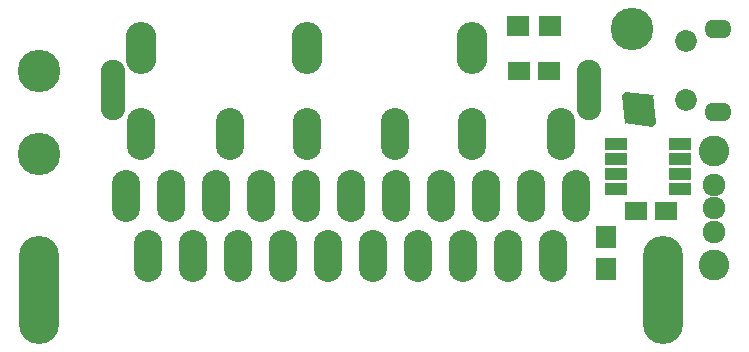
<source format=gbs>
G04 #@! TF.FileFunction,Soldermask,Bot*
%FSLAX46Y46*%
G04 Gerber Fmt 4.6, Leading zero omitted, Abs format (unit mm)*
G04 Created by KiCad (PCBNEW 4.0.7) date 06/10/18 23:46:38*
%MOMM*%
%LPD*%
G01*
G04 APERTURE LIST*
%ADD10C,0.100000*%
%ADD11C,2.600000*%
%ADD12C,1.924000*%
%ADD13R,1.900000X1.650000*%
%ADD14C,1.850000*%
%ADD15O,2.300000X1.600000*%
%ADD16O,3.400000X9.150000*%
%ADD17C,3.400000*%
%ADD18O,2.400000X4.400000*%
%ADD19R,1.700000X1.900000*%
%ADD20R,1.900000X1.700000*%
%ADD21O,2.600000X4.400000*%
%ADD22O,2.100000X5.100000*%
%ADD23R,1.950000X1.000000*%
%ADD24C,3.600000*%
G04 APERTURE END LIST*
D10*
D11*
X182118000Y-127024000D03*
D12*
X182118000Y-122174000D03*
X182118000Y-120174000D03*
X182118000Y-124174000D03*
D11*
X182118000Y-117324000D03*
D13*
X175534000Y-122428000D03*
X178034000Y-122428000D03*
X165628000Y-110540800D03*
X168128000Y-110540800D03*
D14*
X179768000Y-112990000D03*
X179768000Y-107990000D03*
D15*
X182468000Y-113990000D03*
X182468000Y-106990000D03*
D16*
X177784000Y-129063000D03*
D17*
X124984000Y-126188000D03*
X177784000Y-126188000D03*
X177784000Y-131938000D03*
D18*
X153289000Y-126238000D03*
X149479000Y-126238000D03*
X145669000Y-126238000D03*
X151384000Y-121158000D03*
X147574000Y-121158000D03*
X143764000Y-121158000D03*
X141859000Y-126238000D03*
X139954000Y-121158000D03*
X138049000Y-126238000D03*
X136144000Y-121158000D03*
X134239000Y-126238000D03*
X132334000Y-121158000D03*
X170434000Y-121158000D03*
X168529000Y-126238000D03*
X166624000Y-121158000D03*
X164719000Y-126238000D03*
X162814000Y-121158000D03*
X160909000Y-126238000D03*
X159004000Y-121158000D03*
X157099000Y-126238000D03*
X155194000Y-121158000D03*
D17*
X124984000Y-131938000D03*
D16*
X124984000Y-129063000D03*
D10*
G36*
X174512196Y-114957330D02*
X176933330Y-112536196D01*
X177233143Y-114957330D01*
X176933330Y-115257143D01*
X174512196Y-114957330D01*
X174512196Y-114957330D01*
G37*
G36*
X177023804Y-112626670D02*
X174602670Y-115047804D01*
X174302857Y-112626670D01*
X174602670Y-112326857D01*
X177023804Y-112626670D01*
X177023804Y-112626670D01*
G37*
D19*
X172974000Y-124634000D03*
X172974000Y-127334000D03*
D20*
X165528000Y-106781600D03*
X168228000Y-106781600D03*
D21*
X133634000Y-108628000D03*
X147634000Y-108628000D03*
X161634000Y-108628000D03*
D18*
X133634000Y-115878000D03*
X141134000Y-115878000D03*
X169134000Y-115878000D03*
X161634000Y-115878000D03*
X155134000Y-115878000D03*
X147634000Y-115878000D03*
D22*
X171534000Y-112128000D03*
X131234000Y-112128000D03*
D23*
X173830000Y-120523000D03*
X173830000Y-119253000D03*
X173830000Y-117983000D03*
X173830000Y-116713000D03*
X179230000Y-116713000D03*
X179230000Y-117983000D03*
X179230000Y-119253000D03*
X179230000Y-120523000D03*
D24*
X124984000Y-117604667D03*
X124984000Y-110521333D03*
X175154000Y-107028000D03*
M02*

</source>
